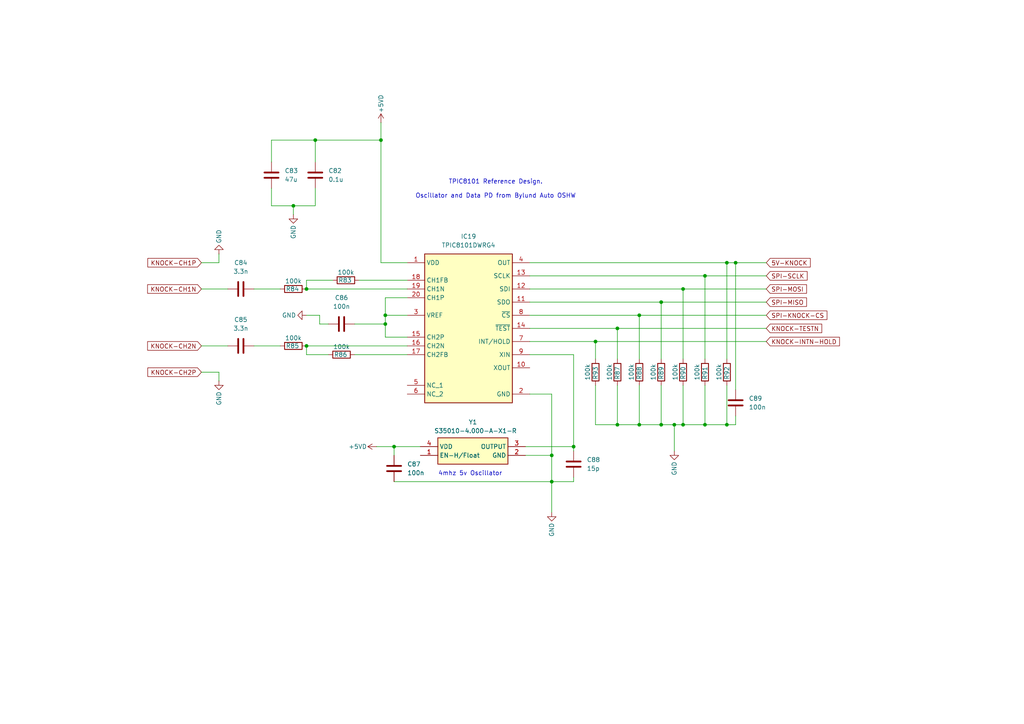
<source format=kicad_sch>
(kicad_sch (version 20231120) (generator "circuitsnips")
  (paper "A4")
  (title_block (title "Engine Knock Sensor Circuit") (date "2024-01-15") (rev "1.0") (company "CircuitSnips Example"))
  (lib_symbols
    (symbol "Device:C" (pin_numbers (hide yes)) (pin_names (offset 0.254))
      (property "Reference" "C" (at 0.635 2.54 0))
      (property "Value" "C" (at 0.635 -2.54 0))
      (symbol "C_0_1"
        (polyline (pts (xy -2.032 0.762) (xy 2.032 0.762)) (stroke (width 0.508)))
        (polyline (pts (xy -2.032 -0.762) (xy 2.032 -0.762)) (stroke (width 0.508)))
      )
      (symbol "C_1_1"
        (pin passive line (at 0 3.81 270) (length 2.794) (name "~") (number "1"))
        (pin passive line (at 0 -3.81 90) (length 2.794) (name "~") (number "2"))
      )
    )
    (symbol "Device:R" (pin_numbers (hide yes)) (pin_names (offset 0))
      (property "Reference" "R" (at 2.032 0 90))
      (property "Value" "R" (at 0 0 90))
      (symbol "R_0_1"
        (rectangle (start -1.016 -2.54) (end 1.016 2.54) (stroke (width 0.254)))
      )
      (symbol "R_1_1"
        (pin passive line (at 0 3.81 270) (length 1.27) (name "~") (number "1"))
        (pin passive line (at 0 -3.81 90) (length 1.27) (name "~") (number "2"))
      )
    )
    (symbol "SamacSys_Parts:S35010-4.000-A-X1-R"
      (property "Reference" "Y1" (at 15.24 7.112 0))
      (property "Value" "S35010-4.000-A-X1-R" (at 16.002 4.572 0))
      (symbol "S35010-4.000-A-X1-R_1_1"
        (rectangle (start 5.08 2.54) (end 25.4 -5.08) (stroke (width 0.254)) (fill (type background)))
        (pin passive line (at 0 0 0) (length 5.08) (name "VDD") (number "4"))
        (pin passive line (at 0 -2.54 0) (length 5.08) (name "EN-H/Float") (number "1"))
        (pin passive line (at 30.48 0 180) (length 5.08) (name "OUTPUT") (number "3"))
        (pin passive line (at 30.48 -2.54 180) (length 5.08) (name "GND") (number "2"))
      )
    )
    (symbol "SamacSys_Parts:TPIC8101DWRG4"
      (property "Reference" "IC19" (at 17.78 7.62 0))
      (property "Value" "TPIC8101DWRG4" (at 17.78 5.08 0))
      (symbol "TPIC8101DWRG4_1_1"
        (rectangle (start 5.08 2.54) (end 30.48 -40.64) (stroke (width 0.254)) (fill (type background)))
        (pin passive line (at 0 0 0) (length 5.08) (name "VDD") (number "1"))
        (pin passive line (at 0 -5.08 0) (length 5.08) (name "CH1FB") (number "18"))
        (pin passive line (at 0 -7.62 0) (length 5.08) (name "CH1N") (number "19"))
        (pin passive line (at 0 -10.16 0) (length 5.08) (name "CH1P") (number "20"))
        (pin passive line (at 0 -15.24 0) (length 5.08) (name "VREF") (number "3"))
        (pin passive line (at 0 -21.59 0) (length 5.08) (name "CH2P") (number "15"))
        (pin passive line (at 0 -24.13 0) (length 5.08) (name "CH2N") (number "16"))
        (pin passive line (at 0 -26.67 0) (length 5.08) (name "CH2FB") (number "17"))
        (pin passive line (at 0 -35.56 0) (length 5.08) (name "NC_1") (number "5"))
        (pin passive line (at 0 -38.1 0) (length 5.08) (name "NC_2") (number "6"))
        (pin passive line (at 35.56 0 180) (length 5.08) (name "OUT") (number "4"))
        (pin passive line (at 35.56 -3.81 180) (length 5.08) (name "SCLK") (number "13"))
        (pin passive line (at 35.56 -7.62 180) (length 5.08) (name "SDI") (number "12"))
        (pin passive line (at 35.56 -11.43 180) (length 5.08) (name "SDO") (number "11"))
        (pin passive line (at 35.56 -15.24 180) (length 5.08) (name "~{CS}") (number "8"))
        (pin passive line (at 35.56 -19.05 180) (length 5.08) (name "~{TEST}") (number "14"))
        (pin passive line (at 35.56 -22.86 180) (length 5.08) (name "INT/HOLD") (number "7"))
        (pin passive line (at 35.56 -26.67 180) (length 5.08) (name "XIN") (number "9"))
        (pin passive line (at 35.56 -30.48 180) (length 5.08) (name "XOUT") (number "10"))
        (pin passive line (at 35.56 -38.1 180) (length 5.08) (name "GND") (number "2"))
      )
    )
    (symbol "power:+5VD" (power) (pin_numbers (hide yes)) (pin_names (offset 0) (hide yes))
      (property "Value" "+5VD" (at 0 3.556 0))
      (symbol "+5VD_0_1"
        (polyline (pts (xy -0.762 1.27) (xy 0 2.54)))
        (polyline (pts (xy 0 2.54) (xy 0.762 1.27)))
        (polyline (pts (xy 0 0) (xy 0 2.54)))
      )
      (symbol "+5VD_1_1"
        (pin power_in line (at 0 0 90) (length 0) (name "~") (number "1"))
      )
    )
    (symbol "power:GND" (power) (pin_numbers (hide yes)) (pin_names (offset 0) (hide yes))
      (property "Value" "GND" (at 0 -3.81 0))
      (symbol "GND_0_1"
        (polyline (pts (xy 0 0) (xy 0 -1.27) (xy 1.27 -1.27) (xy 0 -2.54) (xy -1.27 -1.27) (xy 0 -1.27)))
      )
      (symbol "GND_1_1"
        (pin power_in line (at 0 0 270) (length 0) (name "~") (number "1"))
      )
    )
  )
  (text "TPIC8101 Reference Design.\n\nOscillator and Data PD from Bylund Auto OSHW" (at 143.764 54.864 0) (effects (font (size 1.27 1.27))))
  (text "4mhz 5v Oscillator" (at 136.398 137.414 0) (effects (font (size 1.27 1.27))))
  (junction (at 91.44 40.64))
  (junction (at 110.49 40.64))
  (junction (at 160.02 132.08))
  (junction (at 166.37 129.54))
  (junction (at 111.76 91.44))
  (junction (at 185.42 91.44))
  (junction (at 191.77 123.19))
  (junction (at 88.9 100.33))
  (junction (at 179.07 95.25))
  (junction (at 210.82 76.2))
  (junction (at 191.77 87.63))
  (junction (at 204.47 123.19))
  (junction (at 179.07 123.19))
  (junction (at 195.58 123.19))
  (junction (at 198.12 123.19))
  (junction (at 198.12 83.82))
  (junction (at 210.82 123.19))
  (junction (at 160.02 139.7))
  (junction (at 111.76 93.98))
  (symbol (lib_id "SamacSys_Parts:TPIC8101DWRG4") (at 118.11 76.2 0) (unit 1)
    (property "Reference" "IC19" (at 135.89 68.58 0))
    (property "Value" "TPIC8101DWRG4" (at 135.89 71.12 0))
    (property "Footprint" "SOIC127P1030X265-20N" (effects (hide yes)))
    (property "Datasheet" "http://www.ti.com/lit/ds/symlink/tpic8101.pdf" (effects (hide yes)))
    (property "Description" "IC KNOCK SENSOR INTERFACE 20SOIC" (effects (hide yes)))
    (property "Height" "2.65" (effects (hide yes)))
    (property "Manufacturer_Name" "Texas Instruments" (effects (hide yes)))
    (property "Manufacturer_Part_Number" "TPIC8101DWRG4" (effects (hide yes)))
    (property "Mouser Part Number" "595-TPIC8101DWRG4" (effects (hide yes)))
    (property "Mouser Price/Stock" "https://www.mouser.co.uk/ProductDetail/Texas-Instruments/TPIC8101DWRG4?qs=QyYHynRG50qtgosw5w8w6A%3D%3D" (effects (hide yes)))
  )
  (symbol (lib_id "Device:C") (at 69.85 100.33 90) (unit 1)
    (property "Reference" "C85" (at 69.85 92.71 90))
    (property "Value" "3.3n" (at 69.85 95.25 90))
    (property "Description" "Unpolarized capacitor" (effects (hide yes)))
  )
  (symbol (lib_id "power:+5VD") (at 109.22 129.54 90) (unit 1)
    (property "Reference" "#PWR083" (effects (hide yes)))
    (property "Value" "+5VD" (at 106.426 129.54 90) (effects (justify left)))
    (property "Description" "Power symbol creates a global label with name \"+5VD\"" (effects (hide yes)))
  )
  (symbol (lib_id "Device:R") (at 172.72 107.95 180) (unit 1)
    (property "Reference" "R93" (at 172.72 108.204 90))
    (property "Value" "100k" (at 170.434 107.95 90))
    (property "Footprint" "Resistor_SMD:R_0603_1608Metric" (effects (hide yes)))
    (property "Description" "Resistor" (effects (hide yes)))
  )
  (symbol (lib_id "Device:C") (at 78.74 50.8 0) (unit 1)
    (property "Reference" "C83" (at 82.55 49.5299 0) (effects (justify left)))
    (property "Value" "47u" (at 82.55 52.0699 0) (effects (justify left)))
    (property "Description" "Unpolarized capacitor" (effects (hide yes)))
  )
  (symbol (lib_id "power:GND") (at 88.9 91.44 270) (unit 1)
    (property "Reference" "#PWR080" (effects (hide yes)))
    (property "Value" "GND" (at 83.82 91.44 90))
    (property "Description" "Power symbol creates a global label with name \"GND\" , ground" (effects (hide yes)))
  )
  (symbol (lib_id "power:GND") (at 63.5 73.66 180) (unit 1)
    (property "Reference" "#PWR081" (effects (hide yes)))
    (property "Value" "GND" (at 63.5 68.58 90))
    (property "Description" "Power symbol creates a global label with name \"GND\" , ground" (effects (hide yes)))
  )
  (symbol (lib_id "Device:R") (at 85.09 100.33 90) (unit 1)
    (property "Reference" "R85" (at 84.836 100.33 90))
    (property "Value" "100k" (at 85.09 98.044 90))
    (property "Footprint" "Resistor_SMD:R_0603_1608Metric" (effects (hide yes)))
    (property "Description" "Resistor" (effects (hide yes)))
  )
  (symbol (lib_id "Device:R") (at 185.42 107.95 180) (unit 1)
    (property "Reference" "R88" (at 185.42 108.204 90))
    (property "Value" "100k" (at 183.134 107.95 90))
    (property "Footprint" "Resistor_SMD:R_0603_1608Metric" (effects (hide yes)))
    (property "Description" "Resistor" (effects (hide yes)))
  )
  (symbol (lib_id "Device:R") (at 179.07 107.95 180) (unit 1)
    (property "Reference" "R87" (at 179.07 108.204 90))
    (property "Value" "100k" (at 176.784 107.95 90))
    (property "Footprint" "Resistor_SMD:R_0603_1608Metric" (effects (hide yes)))
    (property "Description" "Resistor" (effects (hide yes)))
  )
  (symbol (lib_id "SamacSys_Parts:S35010-4.000-A-X1-R") (at 121.92 129.54 0) (unit 1)
    (property "Reference" "Y1" (at 137.16 122.428 0))
    (property "Value" "S35010-4.000-A-X1-R" (at 137.922 124.968 0))
    (property "Footprint" "S350104000AX1R" (effects (hide yes)))
    (property "Datasheet" "https://aker-usa.com/spec/S35010-4.000-A-X1-R.pdf" (effects (hide yes)))
    (property "Description" "Oscillator, HCMOS, 3.2mm x 2.5mm, 4MHz, 5V, +/-100ppm ,-40-125AEC-Q200" (effects (hide yes)))
    (property "Height" "1.2" (effects (hide yes)))
    (property "Manufacturer_Name" "Aker Technology" (effects (hide yes)))
    (property "Manufacturer_Part_Number" "S35010-4.000-A-X1-R" (effects (hide yes)))
  )
  (symbol (lib_id "power:GND") (at 195.58 130.81 0) (unit 1)
    (property "Reference" "#PWR085" (effects (hide yes)))
    (property "Value" "GND" (at 195.58 135.89 90))
    (property "Description" "Power symbol creates a global label with name \"GND\" , ground" (effects (hide yes)))
  )
  (wire (pts (xy 111.76 86.36) (xy 111.76 91.44)))
  (wire (pts (xy 204.47 111.76) (xy 204.47 123.19)))
  (wire (pts (xy 153.67 99.06) (xy 172.72 99.06)))
  (wire (pts (xy 102.87 102.87) (xy 118.11 102.87)))
  (wire (pts (xy 114.3 129.54) (xy 114.3 132.08)))
  (wire (pts (xy 210.82 76.2) (xy 210.82 104.14)))
  (wire (pts (xy 179.07 95.25) (xy 179.07 104.14)))
  (symbol (lib_id "power:GND") (at 85.09 62.23 0) (unit 1)
    (property "Reference" "#PWR079" (effects (hide yes)))
    (property "Value" "GND" (at 85.09 67.31 90))
    (property "Description" "Power symbol creates a global label with name \"GND\" , ground" (effects (hide yes)))
  )
  (symbol (lib_id "Device:R") (at 198.12 107.95 180) (unit 1)
    (property "Reference" "R90" (at 198.12 108.204 90))
    (property "Value" "100k" (at 195.834 107.95 90))
    (property "Footprint" "Resistor_SMD:R_0603_1608Metric" (effects (hide yes)))
    (property "Description" "Resistor" (effects (hide yes)))
  )
  (symbol (lib_id "Device:R") (at 191.77 107.95 180) (unit 1)
    (property "Reference" "R89" (at 191.77 108.204 90))
    (property "Value" "100k" (at 189.484 107.95 90))
    (property "Footprint" "Resistor_SMD:R_0603_1608Metric" (effects (hide yes)))
    (property "Description" "Resistor" (effects (hide yes)))
  )
  (symbol (lib_id "power:+5VD") (at 110.49 35.56 0) (unit 1)
    (property "Reference" "#PWR078" (effects (hide yes)))
    (property "Value" "+5VD" (at 110.49 32.766 90) (effects (justify left)))
    (property "Description" "Power symbol creates a global label with name \"+5VD\"" (effects (hide yes)))
  )
  (symbol (lib_id "Device:R") (at 204.47 107.95 180) (unit 1)
    (property "Reference" "R91" (at 204.47 108.204 90))
    (property "Value" "100k" (at 202.184 107.95 90))
    (property "Footprint" "Resistor_SMD:R_0603_1608Metric" (effects (hide yes)))
    (property "Description" "Resistor" (effects (hide yes)))
  )
  (symbol (lib_id "Device:R") (at 99.06 102.87 90) (unit 1)
    (property "Reference" "R86" (at 98.806 102.87 90))
    (property "Value" "100k" (at 99.06 100.584 90))
    (property "Footprint" "Resistor_SMD:R_0603_1608Metric" (effects (hide yes)))
    (property "Description" "Resistor" (effects (hide yes)))
  )
  (symbol (lib_id "Device:C") (at 114.3 135.89 0) (unit 1)
    (property "Reference" "C87" (at 118.11 134.6199 0) (effects (justify left)))
    (property "Value" "100n" (at 118.11 137.1599 0) (effects (justify left)))
    (property "Description" "Unpolarized capacitor" (effects (hide yes)))
  )
  (symbol (lib_id "power:GND") (at 160.02 148.59 0) (unit 1)
    (property "Reference" "#PWR084" (effects (hide yes)))
    (property "Value" "GND" (at 160.02 153.67 90))
    (property "Description" "Power symbol creates a global label with name \"GND\" , ground" (effects (hide yes)))
  )
  (symbol (lib_id "Device:R") (at 85.09 83.82 90) (unit 1)
    (property "Reference" "R84" (at 84.836 83.82 90))
    (property "Value" "100k" (at 85.09 81.534 90))
    (property "Footprint" "Resistor_SMD:R_0603_1608Metric" (effects (hide yes)))
    (property "Description" "Resistor" (effects (hide yes)))
  )
  (symbol (lib_id "Device:C") (at 166.37 134.62 0) (unit 1)
    (property "Reference" "C88" (at 170.18 133.3499 0) (effects (justify left)))
    (property "Value" "15p" (at 170.18 135.8899 0) (effects (justify left)))
    (property "Description" "Unpolarized capacitor" (effects (hide yes)))
  )
  (symbol (lib_id "Device:R") (at 210.82 107.95 180) (unit 1)
    (property "Reference" "R92" (at 210.82 108.204 90))
    (property "Value" "100k" (at 208.534 107.95 90))
    (property "Footprint" "Resistor_SMD:R_0603_1608Metric" (effects (hide yes)))
    (property "Description" "Resistor" (effects (hide yes)))
  )
  (symbol (lib_id "Device:C") (at 213.36 116.84 0) (unit 1)
    (property "Reference" "C89" (at 217.17 115.5699 0) (effects (justify left)))
    (property "Value" "100n" (at 217.17 118.1099 0) (effects (justify left)))
    (property "Description" "Unpolarized capacitor" (effects (hide yes)))
  )
  (symbol (lib_id "Device:R") (at 100.33 81.28 90) (unit 1)
    (property "Reference" "R83" (at 100.076 81.28 90))
    (property "Value" "100k" (at 100.33 78.994 90))
    (property "Footprint" "Resistor_SMD:R_0603_1608Metric" (effects (hide yes)))
    (property "Description" "Resistor" (effects (hide yes)))
  )
  (symbol (lib_id "Device:C") (at 91.44 50.8 0) (unit 1)
    (property "Reference" "C82" (at 95.25 49.5299 0) (effects (justify left)))
    (property "Value" "0.1u" (at 95.25 52.0699 0) (effects (justify left)))
    (property "Description" "Unpolarized capacitor" (effects (hide yes)))
  )
  (symbol (lib_id "power:GND") (at 63.5 110.49 0) (unit 1)
    (property "Reference" "#PWR082" (effects (hide yes)))
    (property "Value" "GND" (at 63.5 115.57 90))
    (property "Description" "Power symbol creates a global label with name \"GND\" , ground" (effects (hide yes)))
  )
  (symbol (lib_id "Device:C") (at 99.06 93.98 90) (unit 1)
    (property "Reference" "C86" (at 99.06 86.36 90))
    (property "Value" "100n" (at 99.06 88.9 90))
    (property "Description" "Unpolarized capacitor" (effects (hide yes)))
  )
  (symbol (lib_id "Device:C") (at 69.85 83.82 90) (unit 1)
    (property "Reference" "C84" (at 69.85 76.2 90))
    (property "Value" "3.3n" (at 69.85 78.74 90))
    (property "Description" "Unpolarized capacitor" (effects (hide yes)))
  )
  (wire (pts (xy 153.67 95.25) (xy 179.07 95.25)))
  (wire (pts (xy 73.66 100.33) (xy 81.28 100.33)))
  (wire (pts (xy 179.07 95.25) (xy 222.25 95.25)))
  (wire (pts (xy 95.25 102.87) (xy 88.9 102.87)))
  (wire (pts (xy 85.09 59.69) (xy 91.44 59.69)))
  (wire (pts (xy 110.49 40.64) (xy 110.49 35.56)))
  (wire (pts (xy 102.87 93.98) (xy 111.76 93.98)))
  (wire (pts (xy 185.42 91.44) (xy 222.25 91.44)))
  (wire (pts (xy 85.09 59.69) (xy 85.09 62.23)))
  (wire (pts (xy 185.42 111.76) (xy 185.42 123.19)))
  (wire (pts (xy 118.11 100.33) (xy 88.9 100.33)))
  (wire (pts (xy 198.12 83.82) (xy 222.25 83.82)))
  (wire (pts (xy 210.82 111.76) (xy 210.82 123.19)))
  (wire (pts (xy 78.74 59.69) (xy 85.09 59.69)))
  (wire (pts (xy 213.36 76.2) (xy 222.25 76.2)))
  (wire (pts (xy 88.9 81.28) (xy 88.9 83.82)))
  (wire (pts (xy 204.47 123.19) (xy 210.82 123.19)))
  (wire (pts (xy 166.37 139.7) (xy 160.02 139.7)))
  (wire (pts (xy 172.72 123.19) (xy 179.07 123.19)))
  (wire (pts (xy 172.72 99.06) (xy 172.72 104.14)))
  (wire (pts (xy 153.67 102.87) (xy 166.37 102.87)))
  (wire (pts (xy 191.77 111.76) (xy 191.77 123.19)))
  (wire (pts (xy 195.58 123.19) (xy 195.58 130.81)))
  (wire (pts (xy 63.5 76.2) (xy 58.42 76.2)))
  (wire (pts (xy 92.71 93.98) (xy 95.25 93.98)))
  (wire (pts (xy 153.67 76.2) (xy 210.82 76.2)))
  (wire (pts (xy 110.49 76.2) (xy 110.49 40.64)))
  (wire (pts (xy 213.36 76.2) (xy 213.36 113.03)))
  (wire (pts (xy 92.71 93.98) (xy 92.71 91.44)))
  (wire (pts (xy 153.67 83.82) (xy 198.12 83.82)))
  (wire (pts (xy 91.44 54.61) (xy 91.44 59.69)))
  (wire (pts (xy 91.44 46.99) (xy 91.44 40.64)))
  (wire (pts (xy 166.37 129.54) (xy 152.4 129.54)))
  (wire (pts (xy 63.5 107.95) (xy 63.5 110.49)))
  (wire (pts (xy 111.76 97.79) (xy 111.76 93.98)))
  (wire (pts (xy 109.22 129.54) (xy 114.3 129.54)))
  (wire (pts (xy 166.37 130.81) (xy 166.37 129.54)))
  (wire (pts (xy 185.42 123.19) (xy 191.77 123.19)))
  (wire (pts (xy 58.42 100.33) (xy 66.04 100.33)))
  (wire (pts (xy 91.44 40.64) (xy 110.49 40.64)))
  (wire (pts (xy 191.77 123.19) (xy 195.58 123.19)))
  (wire (pts (xy 63.5 73.66) (xy 63.5 76.2)))
  (wire (pts (xy 172.72 99.06) (xy 222.25 99.06)))
  (wire (pts (xy 96.52 81.28) (xy 88.9 81.28)))
  (wire (pts (xy 198.12 111.76) (xy 198.12 123.19)))
  (wire (pts (xy 104.14 81.28) (xy 118.11 81.28)))
  (wire (pts (xy 191.77 87.63) (xy 191.77 104.14)))
  (wire (pts (xy 118.11 86.36) (xy 111.76 86.36)))
  (wire (pts (xy 114.3 139.7) (xy 160.02 139.7)))
  (wire (pts (xy 204.47 123.19) (xy 198.12 123.19)))
  (wire (pts (xy 153.67 87.63) (xy 191.77 87.63)))
  (wire (pts (xy 213.36 120.65) (xy 213.36 123.19)))
  (wire (pts (xy 198.12 123.19) (xy 195.58 123.19)))
  (wire (pts (xy 166.37 102.87) (xy 166.37 129.54)))
  (wire (pts (xy 160.02 132.08) (xy 160.02 139.7)))
  (wire (pts (xy 78.74 46.99) (xy 78.74 40.64)))
  (wire (pts (xy 204.47 80.01) (xy 204.47 104.14)))
  (wire (pts (xy 111.76 91.44) (xy 118.11 91.44)))
  (wire (pts (xy 153.67 114.3) (xy 160.02 114.3)))
  (wire (pts (xy 118.11 97.79) (xy 111.76 97.79)))
  (wire (pts (xy 198.12 83.82) (xy 198.12 104.14)))
  (wire (pts (xy 160.02 114.3) (xy 160.02 132.08)))
  (wire (pts (xy 111.76 93.98) (xy 111.76 91.44)))
  (wire (pts (xy 118.11 76.2) (xy 110.49 76.2)))
  (wire (pts (xy 191.77 87.63) (xy 222.25 87.63)))
  (wire (pts (xy 153.67 80.01) (xy 204.47 80.01)))
  (wire (pts (xy 78.74 40.64) (xy 91.44 40.64)))
  (wire (pts (xy 179.07 123.19) (xy 185.42 123.19)))
  (wire (pts (xy 210.82 76.2) (xy 213.36 76.2)))
  (wire (pts (xy 78.74 54.61) (xy 78.74 59.69)))
  (wire (pts (xy 114.3 129.54) (xy 121.92 129.54)))
  (wire (pts (xy 73.66 83.82) (xy 81.28 83.82)))
  (wire (pts (xy 92.71 91.44) (xy 88.9 91.44)))
  (wire (pts (xy 160.02 139.7) (xy 160.02 148.59)))
  (wire (pts (xy 172.72 111.76) (xy 172.72 123.19)))
  (wire (pts (xy 88.9 83.82) (xy 118.11 83.82)))
  (wire (pts (xy 88.9 100.33) (xy 88.9 102.87)))
  (wire (pts (xy 153.67 91.44) (xy 185.42 91.44)))
  (wire (pts (xy 152.4 132.08) (xy 160.02 132.08)))
  (wire (pts (xy 58.42 83.82) (xy 66.04 83.82)))
  (wire (pts (xy 204.47 80.01) (xy 222.25 80.01)))
  (wire (pts (xy 58.42 107.95) (xy 63.5 107.95)))
  (wire (pts (xy 210.82 123.19) (xy 213.36 123.19)))
  (wire (pts (xy 166.37 138.43) (xy 166.37 139.7)))
  (wire (pts (xy 179.07 111.76) (xy 179.07 123.19)))
  (wire (pts (xy 185.42 91.44) (xy 185.42 104.14)))
  (junction (at 204.47 80.01))
  (junction (at 213.36 76.2))
  (junction (at 88.9 83.82))
  (junction (at 114.3 129.54))
  (junction (at 172.72 99.06))
  (junction (at 185.42 123.19))
  (junction (at 85.09 59.69))
  (global_label "SPI-MISO" (shape input) (at 222.25 87.63 0) (property "Intersheetrefs" "${INTERSHEET_REFS}" (effects (hide yes))))
  (global_label "SPI-KNOCK-CS" (shape input) (at 222.25 91.44 0) (property "Intersheetrefs" "${INTERSHEET_REFS}" (effects (hide yes))))
  (global_label "SPI-MOSI" (shape input) (at 222.25 83.82 0) (property "Intersheetrefs" "${INTERSHEET_REFS}" (effects (hide yes))))
  (global_label "KNOCK-TESTN" (shape input) (at 222.25 95.25 0) (property "Intersheetrefs" "${INTERSHEET_REFS}" (effects (hide yes))))
  (global_label "KNOCK-CH1P" (shape input) (at 58.42 76.2 180) (property "Intersheetrefs" "${INTERSHEET_REFS}" (effects (hide yes))))
  (global_label "5V-KNOCK" (shape input) (at 222.25 76.2 0) (property "Intersheetrefs" "${INTERSHEET_REFS}" (effects (hide yes))))
  (global_label "KNOCK-CH1N" (shape input) (at 58.42 83.82 180) (property "Intersheetrefs" "${INTERSHEET_REFS}" (effects (hide yes))))
  (global_label "KNOCK-CH2N" (shape input) (at 58.42 100.33 180) (property "Intersheetrefs" "${INTERSHEET_REFS}" (effects (hide yes))))
  (global_label "KNOCK-INTN-HOLD" (shape input) (at 222.25 99.06 0) (property "Intersheetrefs" "${INTERSHEET_REFS}" (effects (hide yes))))
  (global_label "SPI-SCLK" (shape input) (at 222.25 80.01 0) (property "Intersheetrefs" "${INTERSHEET_REFS}" (effects (hide yes))))
  (global_label "KNOCK-CH2P" (shape input) (at 58.42 107.95 180) (property "Intersheetrefs" "${INTERSHEET_REFS}" (effects (hide yes))))
)
</source>
